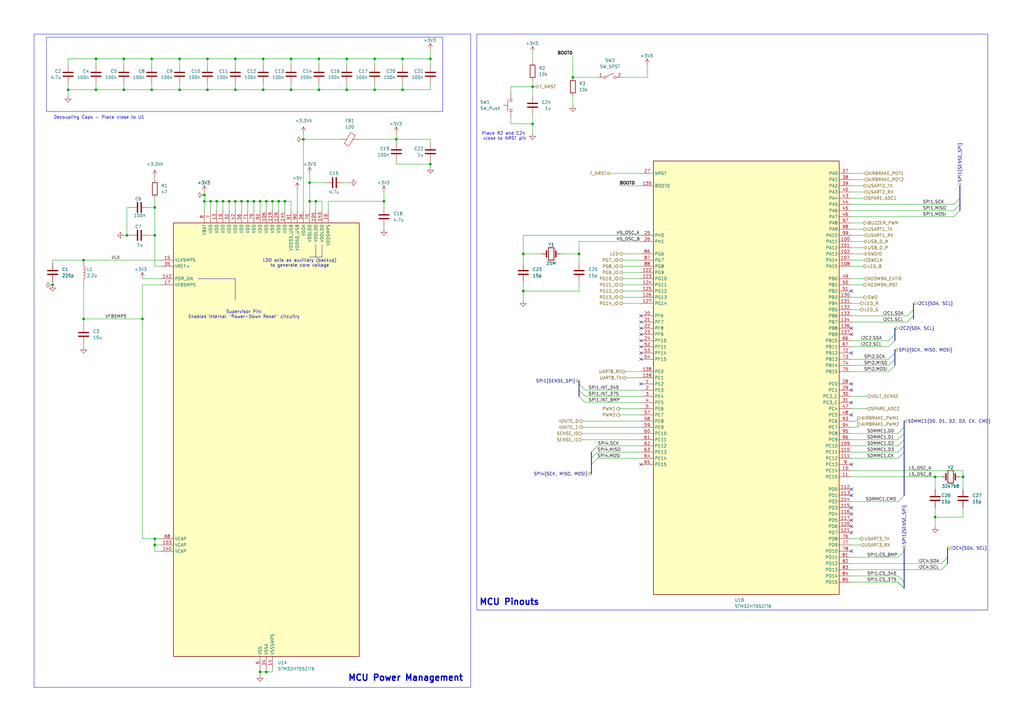
<source format=kicad_sch>
(kicad_sch (version 20250114) (generator "eeschema") (generator_version "9.0")
  (paper "A3")
  (rectangle (start 19.05 15.24) (end 181.61 45.72))
  (rectangle (start 13.97 13.97) (end 193.04 281.94))
  (rectangle (start 195.58 13.97) (end 405.13 250.19))
  (text "Place R2 and C24 \nclose to NRST pin" (at 207.01 55.88 0) (effects (font (size 1.27 1.27))))
  (text "Decoupling Caps - Place close to U1" (at 40.64 48.26 0) (effects (font (size 1.27 1.27))))
  (text "MCU Power Management" (at 166.37 278.13 0) (effects (font (size 2.54 2.54) (thickness 0.508) (bold yes))))
  (text "Supervisor Pin:\nEnables internal \"Power-Down Reset\" circuitry" (at 100.076 129.032 0) (effects (font (size 1.27 1.27))))
  (text "MCU Pinouts" (at 208.915 247.015 0) (effects (font (size 2.54 2.54) (thickness 0.508) (bold yes))))
  (text "LDO acts as auxiliary (backup)\nto generate core voltage" (at 122.936 107.95 0) (effects (font (size 1.27 1.27))))
  (junction (at 111.76 82.55))
  (junction (at 91.44 82.55))
  (junction (at 218.44 50.8))
  (junction (at 39.37 24.13))
  (junction (at 234.95 31.75))
  (junction (at 107.95 36.83))
  (junction (at 73.66 36.83))
  (junction (at 394.97 195.58))
  (junction (at 96.52 24.13))
  (junction (at 116.84 82.55))
  (junction (at 39.37 36.83))
  (junction (at 129.54 82.55))
  (junction (at 62.23 36.83))
  (junction (at 85.09 24.13))
  (junction (at 176.53 24.13))
  (junction (at 162.56 57.15))
  (junction (at 383.54 195.58))
  (junction (at 85.09 36.83))
  (junction (at 153.67 36.83))
  (junction (at 21.59 116.84))
  (junction (at 114.3 82.55))
  (junction (at 130.81 36.83))
  (junction (at 218.44 35.56))
  (junction (at 96.52 82.55))
  (junction (at 130.81 24.13))
  (junction (at 99.06 82.55))
  (junction (at 63.5 96.52))
  (junction (at 142.24 24.13))
  (junction (at 63.5 223.52))
  (junction (at 88.9 82.55))
  (junction (at 142.24 36.83))
  (junction (at 101.6 82.55))
  (junction (at 52.07 96.52))
  (junction (at 107.95 24.13))
  (junction (at 63.5 85.09))
  (junction (at 34.29 130.81))
  (junction (at 86.36 82.55))
  (junction (at 127 74.93))
  (junction (at 106.68 82.55))
  (junction (at 214.63 104.14))
  (junction (at 165.1 24.13))
  (junction (at 176.53 67.31))
  (junction (at 106.68 275.59))
  (junction (at 104.14 82.55))
  (junction (at 119.38 24.13))
  (junction (at 27.94 36.83))
  (junction (at 214.63 119.38))
  (junction (at 119.38 36.83))
  (junction (at 83.82 80.01))
  (junction (at 93.98 82.55))
  (junction (at 50.8 24.13))
  (junction (at 50.8 36.83))
  (junction (at 127 82.55))
  (junction (at 83.82 82.55))
  (junction (at 383.54 212.09))
  (junction (at 63.5 220.98))
  (junction (at 58.42 130.81))
  (junction (at 96.52 36.83))
  (junction (at 153.67 24.13))
  (junction (at 124.46 57.15))
  (junction (at 109.22 82.55))
  (junction (at 237.49 104.14))
  (junction (at 34.29 106.68))
  (junction (at 109.22 275.59))
  (junction (at 157.48 82.55))
  (junction (at 62.23 24.13))
  (junction (at 165.1 36.83))
  (junction (at 73.66 24.13))
  (no_connect (at 262.89 147.32))
  (no_connect (at 349.25 190.5))
  (no_connect (at 349.25 119.38))
  (no_connect (at 349.25 137.16))
  (no_connect (at 349.25 200.66))
  (no_connect (at 349.25 215.9))
  (no_connect (at 262.89 144.78))
  (no_connect (at 349.25 213.36))
  (no_connect (at 262.89 137.16))
  (no_connect (at 262.89 129.54))
  (no_connect (at 262.89 139.7))
  (no_connect (at 349.25 226.06))
  (no_connect (at 349.25 134.62))
  (no_connect (at 349.25 165.1))
  (no_connect (at 262.89 142.24))
  (no_connect (at 349.25 157.48))
  (no_connect (at 349.25 218.44))
  (no_connect (at 349.25 210.82))
  (no_connect (at 349.25 160.02))
  (no_connect (at 349.25 208.28))
  (no_connect (at 349.25 203.2))
  (no_connect (at 262.89 157.48))
  (no_connect (at 262.89 134.62))
  (no_connect (at 349.25 170.18))
  (no_connect (at 262.89 190.5))
  (no_connect (at 262.89 132.08))
  (no_connect (at 349.25 144.78))
  (bus_entry (at 367.03 137.16) (size -2.54 2.54))
  (bus_entry (at 367.03 144.78) (size -2.54 2.54))
  (bus_entry (at 388.62 228.6) (size -2.54 2.54))
  (bus_entry (at 370.84 203.2) (size -2.54 2.54))
  (bus_entry (at 242.57 185.42) (size 2.54 -2.54))
  (bus_entry (at 370.84 182.88) (size -2.54 2.54))
  (bus_entry (at 370.84 241.3) (size -2.54 -2.54))
  (bus_entry (at 370.84 241.3) (size -2.54 -2.54))
  (bus_entry (at 242.57 187.96) (size 2.54 -2.54))
  (bus_entry (at 370.84 226.06) (size -2.54 2.54))
  (bus_entry (at 374.65 127) (size -2.54 2.54))
  (bus_entry (at 370.84 177.8) (size -2.54 2.54))
  (bus_entry (at 393.7 81.28) (size -2.54 2.54))
  (bus_entry (at 370.84 180.34) (size -2.54 2.54))
  (bus_entry (at 367.03 147.32) (size -2.54 2.54))
  (bus_entry (at 393.7 83.82) (size -2.54 2.54))
  (bus_entry (at 367.03 149.86) (size -2.54 2.54))
  (bus_entry (at 237.49 162.56) (size 2.54 2.54))
  (bus_entry (at 370.84 175.26) (size -2.54 2.54))
  (bus_entry (at 393.7 86.36) (size -2.54 2.54))
  (bus_entry (at 237.49 157.48) (size 2.54 2.54))
  (bus_entry (at 367.03 139.7) (size -2.54 2.54))
  (bus_entry (at 237.49 160.02) (size 2.54 2.54))
  (bus_entry (at 370.84 238.76) (size -2.54 -2.54))
  (bus_entry (at 242.57 190.5) (size 2.54 -2.54))
  (bus_entry (at 374.65 129.54) (size -2.54 2.54))
  (bus_entry (at 370.84 185.42) (size -2.54 2.54))
  (bus_entry (at 388.62 231.14) (size -2.54 2.54))
  (wire (pts (xy 63.5 220.98) (xy 63.5 223.52)))
  (wire (pts (xy 60.96 85.09) (xy 63.5 85.09)))
  (wire (pts (xy 119.38 24.13) (xy 119.38 26.67)))
  (wire (pts (xy 237.49 115.57) (xy 237.49 119.38)))
  (wire (pts (xy 58.42 116.84) (xy 66.04 116.84)))
  (wire (pts (xy 351.79 173.99) (xy 351.79 175.26)))
  (wire (pts (xy 250.19 71.12) (xy 262.89 71.12)))
  (wire (pts (xy 349.25 96.52) (xy 354.33 96.52)))
  (wire (pts (xy 91.44 82.55) (xy 93.98 82.55)))
  (wire (pts (xy 83.82 82.55) (xy 83.82 86.36)))
  (wire (pts (xy 153.67 36.83) (xy 165.1 36.83)))
  (wire (pts (xy 349.25 121.92) (xy 354.33 121.92)))
  (wire (pts (xy 124.46 57.15) (xy 139.7 57.15)))
  (wire (pts (xy 104.14 82.55) (xy 106.68 82.55)))
  (wire (pts (xy 162.56 54.61) (xy 162.56 57.15)))
  (wire (pts (xy 34.29 130.81) (xy 58.42 130.81)))
  (bus (pts (xy 393.7 76.2) (xy 393.7 81.28)))
  (wire (pts (xy 73.66 34.29) (xy 73.66 36.83)))
  (wire (pts (xy 349.25 185.42) (xy 368.3 185.42)))
  (wire (pts (xy 162.56 57.15) (xy 162.56 58.42)))
  (wire (pts (xy 349.25 236.22) (xy 368.3 236.22)))
  (wire (pts (xy 140.97 74.93) (xy 143.51 74.93)))
  (wire (pts (xy 50.8 36.83) (xy 62.23 36.83)))
  (wire (pts (xy 121.92 77.47) (xy 121.92 86.36)))
  (wire (pts (xy 104.14 82.55) (xy 104.14 86.36)))
  (wire (pts (xy 99.06 82.55) (xy 99.06 86.36)))
  (wire (pts (xy 96.52 24.13) (xy 85.09 24.13)))
  (wire (pts (xy 349.25 93.98) (xy 354.33 93.98)))
  (wire (pts (xy 52.07 96.52) (xy 50.8 96.52)))
  (wire (pts (xy 130.81 24.13) (xy 130.81 26.67)))
  (wire (pts (xy 176.53 67.31) (xy 176.53 68.58)))
  (wire (pts (xy 349.25 147.32) (xy 364.49 147.32)))
  (wire (pts (xy 394.97 195.58) (xy 394.97 200.66)))
  (wire (pts (xy 60.96 96.52) (xy 63.5 96.52)))
  (wire (pts (xy 394.97 208.28) (xy 394.97 212.09)))
  (wire (pts (xy 50.8 24.13) (xy 50.8 26.67)))
  (wire (pts (xy 383.54 212.09) (xy 383.54 215.9)))
  (bus (pts (xy 367.03 143.51) (xy 367.03 144.78)))
  (wire (pts (xy 109.22 275.59) (xy 111.76 275.59)))
  (wire (pts (xy 62.23 36.83) (xy 73.66 36.83)))
  (wire (pts (xy 349.25 205.74) (xy 368.3 205.74)))
  (wire (pts (xy 214.63 115.57) (xy 214.63 119.38)))
  (bus (pts (xy 367.03 137.16) (xy 367.03 139.7)))
  (wire (pts (xy 165.1 36.83) (xy 176.53 36.83)))
  (bus (pts (xy 370.84 177.8) (xy 370.84 180.34)))
  (wire (pts (xy 255.27 111.76) (xy 262.89 111.76)))
  (wire (pts (xy 349.25 81.28) (xy 354.33 81.28)))
  (wire (pts (xy 214.63 96.52) (xy 262.89 96.52)))
  (wire (pts (xy 165.1 24.13) (xy 153.67 24.13)))
  (wire (pts (xy 234.95 39.37) (xy 234.95 43.18)))
  (wire (pts (xy 96.52 34.29) (xy 96.52 36.83)))
  (bus (pts (xy 393.7 83.82) (xy 393.7 86.36)))
  (wire (pts (xy 256.54 154.94) (xy 262.89 154.94)))
  (wire (pts (xy 240.03 160.02) (xy 262.89 160.02)))
  (wire (pts (xy 214.63 96.52) (xy 214.63 104.14)))
  (wire (pts (xy 130.81 34.29) (xy 130.81 36.83)))
  (wire (pts (xy 34.29 115.57) (xy 34.29 130.81)))
  (wire (pts (xy 52.07 96.52) (xy 53.34 96.52)))
  (wire (pts (xy 255.27 104.14) (xy 262.89 104.14)))
  (wire (pts (xy 62.23 34.29) (xy 62.23 36.83)))
  (wire (pts (xy 85.09 24.13) (xy 85.09 26.67)))
  (wire (pts (xy 255.27 116.84) (xy 262.89 116.84)))
  (wire (pts (xy 129.54 82.55) (xy 132.08 82.55)))
  (wire (pts (xy 255.27 121.92) (xy 262.89 121.92)))
  (wire (pts (xy 218.44 46.99) (xy 218.44 50.8)))
  (wire (pts (xy 254 167.64) (xy 262.89 167.64)))
  (bus (pts (xy 370.84 224.79) (xy 370.84 226.06)))
  (bus (pts (xy 374.65 129.54) (xy 374.65 130.81)))
  (wire (pts (xy 349.25 124.46) (xy 353.06 124.46)))
  (wire (pts (xy 218.44 35.56) (xy 218.44 33.02)))
  (wire (pts (xy 255.27 109.22) (xy 262.89 109.22)))
  (wire (pts (xy 349.25 142.24) (xy 364.49 142.24)))
  (wire (pts (xy 349.25 101.6) (xy 354.33 101.6)))
  (wire (pts (xy 107.95 34.29) (xy 107.95 36.83)))
  (wire (pts (xy 349.25 106.68) (xy 354.33 106.68)))
  (wire (pts (xy 85.09 36.83) (xy 96.52 36.83)))
  (wire (pts (xy 176.53 20.32) (xy 176.53 24.13)))
  (wire (pts (xy 58.42 220.98) (xy 63.5 220.98)))
  (wire (pts (xy 39.37 34.29) (xy 39.37 36.83)))
  (wire (pts (xy 157.48 78.74) (xy 157.48 82.55)))
  (bus (pts (xy 237.49 160.02) (xy 237.49 162.56)))
  (wire (pts (xy 349.25 76.2) (xy 354.33 76.2)))
  (wire (pts (xy 96.52 36.83) (xy 107.95 36.83)))
  (wire (pts (xy 349.25 91.44) (xy 354.33 91.44)))
  (wire (pts (xy 83.82 80.01) (xy 83.82 82.55)))
  (wire (pts (xy 349.25 139.7) (xy 364.49 139.7)))
  (wire (pts (xy 34.29 106.68) (xy 21.59 106.68)))
  (wire (pts (xy 27.94 34.29) (xy 27.94 36.83)))
  (wire (pts (xy 142.24 36.83) (xy 153.67 36.83)))
  (wire (pts (xy 394.97 195.58) (xy 393.7 195.58)))
  (wire (pts (xy 62.23 24.13) (xy 62.23 26.67)))
  (bus (pts (xy 374.65 124.46) (xy 374.65 127)))
  (wire (pts (xy 237.49 99.06) (xy 237.49 104.14)))
  (wire (pts (xy 127 71.12) (xy 127 74.93)))
  (wire (pts (xy 255.27 119.38) (xy 262.89 119.38)))
  (wire (pts (xy 245.11 187.96) (xy 262.89 187.96)))
  (wire (pts (xy 73.66 24.13) (xy 62.23 24.13)))
  (wire (pts (xy 58.42 114.3) (xy 66.04 114.3)))
  (wire (pts (xy 209.55 35.56) (xy 218.44 35.56)))
  (bus (pts (xy 237.49 157.48) (xy 237.49 160.02)))
  (wire (pts (xy 349.25 83.82) (xy 391.16 83.82)))
  (wire (pts (xy 153.67 34.29) (xy 153.67 36.83)))
  (wire (pts (xy 99.06 82.55) (xy 101.6 82.55)))
  (wire (pts (xy 85.09 34.29) (xy 85.09 36.83)))
  (wire (pts (xy 349.25 116.84) (xy 354.33 116.84)))
  (wire (pts (xy 63.5 72.39) (xy 63.5 73.66)))
  (wire (pts (xy 176.53 34.29) (xy 176.53 36.83)))
  (wire (pts (xy 157.48 82.55) (xy 157.48 85.09)))
  (wire (pts (xy 238.76 180.34) (xy 262.89 180.34)))
  (wire (pts (xy 116.84 82.55) (xy 116.84 86.36)))
  (wire (pts (xy 214.63 104.14) (xy 222.25 104.14)))
  (wire (pts (xy 209.55 38.1) (xy 209.55 35.56)))
  (wire (pts (xy 114.3 82.55) (xy 114.3 86.36)))
  (wire (pts (xy 255.27 106.68) (xy 262.89 106.68)))
  (wire (pts (xy 109.22 82.55) (xy 109.22 86.36)))
  (bus (pts (xy 370.84 238.76) (xy 370.84 241.3)))
  (wire (pts (xy 383.54 195.58) (xy 386.08 195.58)))
  (wire (pts (xy 86.36 82.55) (xy 86.36 86.36)))
  (wire (pts (xy 255.27 31.75) (xy 265.43 31.75)))
  (wire (pts (xy 53.34 85.09) (xy 52.07 85.09)))
  (wire (pts (xy 85.09 24.13) (xy 73.66 24.13)))
  (wire (pts (xy 354.33 114.3) (xy 349.25 114.3)))
  (wire (pts (xy 21.59 115.57) (xy 21.59 116.84)))
  (wire (pts (xy 124.46 57.15) (xy 124.46 86.36)))
  (wire (pts (xy 39.37 36.83) (xy 50.8 36.83)))
  (wire (pts (xy 130.81 24.13) (xy 119.38 24.13)))
  (wire (pts (xy 349.25 167.64) (xy 355.6 167.64)))
  (wire (pts (xy 93.98 82.55) (xy 93.98 86.36)))
  (wire (pts (xy 240.03 162.56) (xy 262.89 162.56)))
  (wire (pts (xy 132.08 82.55) (xy 132.08 86.36)))
  (wire (pts (xy 349.25 132.08) (xy 372.11 132.08)))
  (wire (pts (xy 218.44 35.56) (xy 218.44 39.37)))
  (wire (pts (xy 349.25 228.6) (xy 368.3 228.6)))
  (wire (pts (xy 176.53 24.13) (xy 176.53 26.67)))
  (wire (pts (xy 349.25 99.06) (xy 354.33 99.06)))
  (wire (pts (xy 383.54 195.58) (xy 383.54 200.66)))
  (wire (pts (xy 349.25 193.04) (xy 394.97 193.04)))
  (wire (pts (xy 255.27 124.46) (xy 262.89 124.46)))
  (bus (pts (xy 370.84 226.06) (xy 370.84 238.76)))
  (wire (pts (xy 73.66 24.13) (xy 73.66 26.67)))
  (wire (pts (xy 63.5 81.28) (xy 63.5 85.09)))
  (bus (pts (xy 388.62 224.79) (xy 388.62 228.6)))
  (wire (pts (xy 127 74.93) (xy 127 82.55)))
  (bus (pts (xy 370.84 175.26) (xy 370.84 172.72)))
  (wire (pts (xy 101.6 82.55) (xy 104.14 82.55)))
  (wire (pts (xy 349.25 182.88) (xy 368.3 182.88)))
  (polyline (pts (xy 81.28 114.3) (xy 96.52 114.3)))
  (wire (pts (xy 176.53 67.31) (xy 176.53 66.04)))
  (wire (pts (xy 218.44 50.8) (xy 209.55 50.8)))
  (wire (pts (xy 111.76 82.55) (xy 114.3 82.55)))
  (wire (pts (xy 119.38 82.55) (xy 119.38 86.36)))
  (wire (pts (xy 111.76 275.59) (xy 111.76 274.32)))
  (polyline (pts (xy 132.08 100.33) (xy 132.08 105.41)))
  (polyline (pts (xy 129.54 100.33) (xy 129.54 105.41)))
  (wire (pts (xy 349.25 104.14) (xy 354.33 104.14)))
  (wire (pts (xy 106.68 82.55) (xy 109.22 82.55)))
  (wire (pts (xy 63.5 223.52) (xy 63.5 226.06)))
  (wire (pts (xy 255.27 114.3) (xy 262.89 114.3)))
  (wire (pts (xy 62.23 24.13) (xy 50.8 24.13)))
  (wire (pts (xy 83.82 78.74) (xy 83.82 80.01)))
  (wire (pts (xy 114.3 82.55) (xy 116.84 82.55)))
  (wire (pts (xy 237.49 119.38) (xy 214.63 119.38)))
  (wire (pts (xy 39.37 24.13) (xy 39.37 26.67)))
  (wire (pts (xy 234.95 31.75) (xy 245.11 31.75)))
  (bus (pts (xy 242.57 190.5) (xy 242.57 187.96)))
  (wire (pts (xy 58.42 130.81) (xy 58.42 116.84)))
  (wire (pts (xy 349.25 187.96) (xy 368.3 187.96)))
  (wire (pts (xy 96.52 24.13) (xy 96.52 26.67)))
  (wire (pts (xy 349.25 223.52) (xy 353.06 223.52)))
  (wire (pts (xy 349.25 88.9) (xy 391.16 88.9)))
  (wire (pts (xy 50.8 24.13) (xy 39.37 24.13)))
  (wire (pts (xy 63.5 96.52) (xy 63.5 109.22)))
  (wire (pts (xy 245.11 182.88) (xy 262.89 182.88)))
  (wire (pts (xy 218.44 21.59) (xy 218.44 25.4)))
  (wire (pts (xy 93.98 82.55) (xy 96.52 82.55)))
  (wire (pts (xy 349.25 109.22) (xy 354.33 109.22)))
  (wire (pts (xy 265.43 26.67) (xy 265.43 31.75)))
  (wire (pts (xy 101.6 82.55) (xy 101.6 86.36)))
  (wire (pts (xy 127 74.93) (xy 133.35 74.93)))
  (bus (pts (xy 367.03 144.78) (xy 367.03 147.32)))
  (wire (pts (xy 63.5 109.22) (xy 66.04 109.22)))
  (wire (pts (xy 394.97 193.04) (xy 394.97 195.58)))
  (wire (pts (xy 238.76 175.26) (xy 262.89 175.26)))
  (bus (pts (xy 370.84 182.88) (xy 370.84 185.42)))
  (wire (pts (xy 238.76 177.8) (xy 262.89 177.8)))
  (wire (pts (xy 351.79 172.72) (xy 349.25 172.72)))
  (wire (pts (xy 106.68 275.59) (xy 106.68 276.86)))
  (wire (pts (xy 66.04 220.98) (xy 63.5 220.98)))
  (bus (pts (xy 393.7 81.28) (xy 393.7 83.82)))
  (wire (pts (xy 73.66 36.83) (xy 85.09 36.83)))
  (wire (pts (xy 91.44 82.55) (xy 91.44 86.36)))
  (wire (pts (xy 218.44 50.8) (xy 218.44 54.61)))
  (wire (pts (xy 111.76 82.55) (xy 111.76 86.36)))
  (wire (pts (xy 63.5 226.06) (xy 66.04 226.06)))
  (wire (pts (xy 88.9 82.55) (xy 91.44 82.55)))
  (wire (pts (xy 349.25 233.68) (xy 386.08 233.68)))
  (wire (pts (xy 162.56 57.15) (xy 147.32 57.15)))
  (wire (pts (xy 153.67 24.13) (xy 153.67 26.67)))
  (wire (pts (xy 119.38 34.29) (xy 119.38 36.83)))
  (wire (pts (xy 27.94 36.83) (xy 39.37 36.83)))
  (wire (pts (xy 256.54 152.4) (xy 262.89 152.4)))
  (wire (pts (xy 134.62 82.55) (xy 134.62 86.36)))
  (bus (pts (xy 370.84 180.34) (xy 370.84 182.88)))
  (wire (pts (xy 83.82 82.55) (xy 86.36 82.55)))
  (wire (pts (xy 165.1 34.29) (xy 165.1 36.83)))
  (wire (pts (xy 383.54 208.28) (xy 383.54 212.09)))
  (wire (pts (xy 142.24 24.13) (xy 130.81 24.13)))
  (wire (pts (xy 349.25 149.86) (xy 364.49 149.86)))
  (wire (pts (xy 229.87 104.14) (xy 237.49 104.14)))
  (wire (pts (xy 349.25 127) (xy 353.06 127)))
  (wire (pts (xy 214.63 104.14) (xy 214.63 107.95)))
  (wire (pts (xy 157.48 92.71) (xy 157.48 93.98)))
  (wire (pts (xy 130.81 36.83) (xy 142.24 36.83)))
  (wire (pts (xy 254 76.2) (xy 262.89 76.2)))
  (wire (pts (xy 214.63 119.38) (xy 214.63 123.19)))
  (bus (pts (xy 367.03 134.62) (xy 367.03 137.16)))
  (wire (pts (xy 63.5 223.52) (xy 66.04 223.52)))
  (wire (pts (xy 349.25 180.34) (xy 368.3 180.34)))
  (wire (pts (xy 88.9 82.55) (xy 88.9 86.36)))
  (bus (pts (xy 388.62 228.6) (xy 388.62 231.14)))
  (wire (pts (xy 116.84 82.55) (xy 119.38 82.55)))
  (wire (pts (xy 119.38 36.83) (xy 130.81 36.83)))
  (wire (pts (xy 63.5 85.09) (xy 63.5 96.52)))
  (wire (pts (xy 349.25 129.54) (xy 372.11 129.54)))
  (bus (pts (xy 367.03 147.32) (xy 367.03 149.86)))
  (wire (pts (xy 142.24 34.29) (xy 142.24 36.83)))
  (wire (pts (xy 351.79 171.45) (xy 351.79 172.72)))
  (wire (pts (xy 107.95 24.13) (xy 107.95 26.67)))
  (wire (pts (xy 351.79 175.26) (xy 349.25 175.26)))
  (wire (pts (xy 234.95 22.86) (xy 234.95 31.75)))
  (wire (pts (xy 237.49 99.06) (xy 262.89 99.06)))
  (bus (pts (xy 370.84 185.42) (xy 370.84 203.2)))
  (wire (pts (xy 176.53 57.15) (xy 176.53 58.42)))
  (wire (pts (xy 58.42 130.81) (xy 58.42 220.98)))
  (wire (pts (xy 129.54 82.55) (xy 129.54 86.36)))
  (wire (pts (xy 96.52 82.55) (xy 96.52 86.36)))
  (wire (pts (xy 349.25 177.8) (xy 368.3 177.8)))
  (wire (pts (xy 162.56 67.31) (xy 176.53 67.31)))
  (wire (pts (xy 124.46 54.61) (xy 124.46 57.15)))
  (wire (pts (xy 119.38 24.13) (xy 107.95 24.13)))
  (wire (pts (xy 52.07 85.09) (xy 52.07 96.52)))
  (wire (pts (xy 349.25 71.12) (xy 354.33 71.12)))
  (wire (pts (xy 34.29 106.68) (xy 66.04 106.68)))
  (bus (pts (xy 370.84 175.26) (xy 370.84 177.8)))
  (wire (pts (xy 34.29 140.97) (xy 34.29 142.24)))
  (wire (pts (xy 109.22 274.32) (xy 109.22 275.59)))
  (bus (pts (xy 374.65 127) (xy 374.65 129.54)))
  (wire (pts (xy 349.25 238.76) (xy 368.3 238.76)))
  (wire (pts (xy 349.25 195.58) (xy 383.54 195.58)))
  (wire (pts (xy 127 82.55) (xy 129.54 82.55)))
  (wire (pts (xy 349.25 162.56) (xy 355.6 162.56)))
  (polyline (pts (xy 127 105.41) (xy 132.08 105.41)))
  (wire (pts (xy 349.25 86.36) (xy 391.16 86.36)))
  (wire (pts (xy 106.68 274.32) (xy 106.68 275.59)))
  (wire (pts (xy 162.56 57.15) (xy 176.53 57.15)))
  (bus (pts (xy 242.57 187.96) (xy 242.57 185.42)))
  (wire (pts (xy 127 82.55) (xy 127 86.36)))
  (wire (pts (xy 240.03 165.1) (xy 262.89 165.1)))
  (wire (pts (xy 134.62 82.55) (xy 157.48 82.55)))
  (wire (pts (xy 142.24 24.13) (xy 142.24 26.67)))
  (wire (pts (xy 39.37 24.13) (xy 27.94 24.13)))
  (wire (pts (xy 238.76 172.72) (xy 262.89 172.72)))
  (wire (pts (xy 106.68 275.59) (xy 109.22 275.59)))
  (wire (pts (xy 106.68 82.55) (xy 106.68 86.36)))
  (wire (pts (xy 245.11 185.42) (xy 262.89 185.42)))
  (wire (pts (xy 34.29 106.68) (xy 34.29 107.95)))
  (wire (pts (xy 349.25 78.74) (xy 354.33 78.74)))
  (wire (pts (xy 107.95 36.83) (xy 119.38 36.83)))
  (wire (pts (xy 162.56 66.04) (xy 162.56 67.31)))
  (wire (pts (xy 254 170.18) (xy 262.89 170.18)))
  (wire (pts (xy 153.67 24.13) (xy 142.24 24.13)))
  (wire (pts (xy 96.52 82.55) (xy 99.06 82.55)))
  (wire (pts (xy 109.22 82.55) (xy 111.76 82.55)))
  (wire (pts (xy 218.44 35.56) (xy 219.71 35.56)))
  (bus (pts (xy 242.57 190.5) (xy 242.57 194.31)))
  (wire (pts (xy 27.94 24.13) (xy 27.94 26.67)))
  (wire (pts (xy 176.53 24.13) (xy 165.1 24.13)))
  (wire (pts (xy 165.1 24.13) (xy 165.1 26.67)))
  (polyline (pts (xy 96.52 123.19) (xy 96.52 114.3)))
  (wire (pts (xy 394.97 212.09) (xy 383.54 212.09)))
  (wire (pts (xy 107.95 24.13) (xy 96.52 24.13)))
  (wire (pts (xy 349.25 152.4) (xy 364.49 152.4)))
  (wire (pts (xy 209.55 48.26) (xy 209.55 50.8)))
  (wire (pts (xy 237.49 104.14) (xy 237.49 107.95)))
  (wire (pts (xy 50.8 34.29) (xy 50.8 36.83)))
  (bus (pts (xy 237.49 156.21) (xy 237.49 157.48)))
  (wire (pts (xy 86.36 82.55) (xy 88.9 82.55)))
  (wire (pts (xy 21.59 106.68) (xy 21.59 107.95)))
  (wire (pts (xy 27.94 39.37) (xy 27.94 36.83)))
  (wire (pts (xy 349.25 73.66) (xy 354.33 73.66)))
  (wire (pts (xy 349.25 231.14) (xy 386.08 231.14)))
  (wire (pts (xy 353.06 220.98) (xy 349.25 220.98)))
  (wire (pts (xy 34.29 130.81) (xy 34.29 133.35)))
  (label "SPI4.MOSI" (at 254.635 187.96 180))
  (label "I2C4.SCL" (at 376.555 233.68 0))
  (label "SPI1.CS_345" (at 355.6 236.22 0))
  (label "SPI1.INT_BMP" (at 241.3 165.1 0))
  (label "SDMMC1.D2" (at 355.6 182.88 0))
  (label "I2C1.SDA" (at 361.95 129.54 0))
  (label "SPI1.MISO" (at 378.46 86.36 0))
  (label "SPI2.MOSI" (at 354.33 152.4 0))
  (label "BOOT0" (at 254 76.2 0) (effects (font (thickness 0.254) (bold yes))))
  (label "SPI2.MISO" (at 354.33 149.86 0))
  (label "LS_OSC_B" (at 372.745 195.58 0))
  (label "SPI1.CS_BMP" (at 355.6 228.6 0))
  (label "HS_OSC_B" (at 252.73 99.06 0))
  (label "SPI1.INT_375" (at 241.3 162.56 0))
  (label "SPI2.SCK" (at 354.33 147.32 0))
  (label "I2C2.SDA" (at 353.06 139.7 0))
  (label "BOOT0" (at 234.95 22.86 180) (effects (font (thickness 0.254) (bold yes))))
  (label "VFBSMPS" (at 43.18 130.81 0))
  (label "SPI1.INT_345" (at 241.3 160.02 0))
  (label "SPI1.MOSI" (at 378.46 88.9 0))
  (label "SDMMC1.D1" (at 355.6 180.34 0))
  (label "SPI1.CS_375" (at 355.6 238.76 0))
  (label "SDMMC1.CK" (at 355.6 187.96 0))
  (label "SPI4.MISO" (at 254.635 185.42 180))
  (label "LS_OSC_A" (at 372.745 193.04 0))
  (label "SDMMC1.CMD" (at 354.965 205.74 0))
  (label "SPI4.SCK" (at 254 182.88 180))
  (label "VLX" (at 45.72 106.68 0))
  (label "SDMMC1.D0" (at 355.6 177.8 0))
  (label "I2C4.SDA" (at 376.555 231.14 0))
  (label "I2C1.SCL" (at 361.95 132.08 0))
  (label "SDMMC1.D3" (at 355.6 185.42 0))
  (label "SPI1.SCK" (at 378.46 83.82 0))
  (label "HS_OSC_A" (at 252.73 96.52 0))
  (label "I2C2.SCL" (at 353.06 142.24 0))
  (hierarchical_label "I2C4{SDA, SCL}" (shape input) (at 388.62 224.79 0))
  (hierarchical_label "PG8_IO" (shape output) (at 255.27 109.22 180))
  (hierarchical_label "NEOM9N_EXTI0" (shape input) (at 354.33 114.3 0))
  (hierarchical_label "SWCLK" (shape input) (at 354.33 106.68 0))
  (hierarchical_label "LED_G" (shape output) (at 353.06 127 0))
  (hierarchical_label "SPI2{SCK, MISO, MOSI}" (shape bidirectional) (at 367.03 143.51 0))
  (hierarchical_label "AIRBRAKE_PWM2" (shape output) (at 351.79 173.99 0))
  (hierarchical_label "I2C1{SDA, SCL}" (shape bidirectional) (at 374.65 124.46 0))
  (hierarchical_label "PG11_IO" (shape output) (at 255.27 116.84 180))
  (hierarchical_label "SPI1{SENSE_SPI}" (shape bidirectional) (at 370.84 224.79 90))
  (hierarchical_label "SDMMC1{D0, D1, D2, D3, CK, CMD}" (shape bidirectional) (at 370.84 172.72 0))
  (hierarchical_label "SWO" (shape output) (at 354.33 121.92 0))
  (hierarchical_label "UART8_TX" (shape output) (at 256.54 154.94 180))
  (hierarchical_label "PWM2" (shape output) (at 254 170.18 180))
  (hierarchical_label "AIRBRAKE_PWM1" (shape output) (at 351.79 171.45 0))
  (hierarchical_label "LED_B" (shape output) (at 354.33 109.22 0))
  (hierarchical_label "IGNITE_1" (shape output) (at 238.76 175.26 180))
  (hierarchical_label "UART8_RX" (shape input) (at 256.54 152.4 180))
  (hierarchical_label "PG10_IO" (shape output) (at 255.27 114.3 180))
  (hierarchical_label "LED_R" (shape output) (at 353.06 124.46 0))
  (hierarchical_label "LED" (shape output) (at 255.27 104.14 180))
  (hierarchical_label "SPI1{SENSE_SPI}" (shape bidirectional) (at 237.49 156.21 180))
  (hierarchical_label "SPARE_ADC1" (shape input) (at 354.33 81.28 0))
  (hierarchical_label "PG12_IO" (shape output) (at 255.27 119.38 180))
  (hierarchical_label "USB_D_P" (shape bidirectional) (at 354.33 101.6 0))
  (hierarchical_label "USART3_TX" (shape output) (at 353.06 220.98 0))
  (hierarchical_label "USART2_RX" (shape input) (at 354.33 78.74 0))
  (hierarchical_label "USART1_TX" (shape output) (at 354.33 93.98 0))
  (hierarchical_label "I2C2{SDA, SCL}" (shape bidirectional) (at 367.03 134.62 0))
  (hierarchical_label "T_NRST" (shape bidirectional) (at 219.71 35.56 0))
  (hierarchical_label "BUZZER_PWM" (shape output) (at 354.33 91.44 0))
  (hierarchical_label "USART1_RX" (shape input) (at 354.33 96.52 0))
  (hierarchical_label "USART2_TX" (shape output) (at 354.33 76.2 0))
  (hierarchical_label "USB_D_M" (shape bidirectional) (at 354.33 99.06 0))
  (hierarchical_label "PG14_IO" (shape output) (at 255.27 124.46 180))
  (hierarchical_label "PG9_IO" (shape output) (at 255.27 111.76 180))
  (hierarchical_label "AIRBRAKE_POT1" (shape input) (at 354.33 71.12 0))
  (hierarchical_label "PG7_IO" (shape output) (at 255.27 106.68 180))
  (hierarchical_label "PG13_IO" (shape output) (at 255.27 121.92 180))
  (hierarchical_label "SPARE_ADC2" (shape input) (at 355.6 167.64 0))
  (hierarchical_label "NEOM9N_RST" (shape output) (at 354.33 116.84 0))
  (hierarchical_label "T_NRST" (shape bidirectional) (at 250.19 71.12 180))
  (hierarchical_label "SPI1{SENSE_SPI}" (shape bidirectional) (at 393.7 76.2 90))
  (hierarchical_label "PWM1" (shape output) (at 254 167.64 180))
  (hierarchical_label "VOLT_SENSE" (shape input) (at 355.6 162.56 0))
  (hierarchical_label "SENSE_I0" (shape input) (at 238.76 177.8 180))
  (hierarchical_label "IGNITE_0" (shape output) (at 238.76 172.72 180))
  (hierarchical_label "USART3_RX" (shape input) (at 353.06 223.52 0))
  (hierarchical_label "SENSE_I1" (shape input) (at 238.76 180.34 180))
  (hierarchical_label "AIRBRAKE_POT2" (shape input) (at 354.33 73.66 0))
  (hierarchical_label "SWDIO" (shape bidirectional) (at 354.33 104.14 0))
  (hierarchical_label "SPI4{SCK, MISO, MOSI}" (shape bidirectional) (at 242.57 194.31 180))
  (symbol (lib_id "Device:C") (at 57.15 96.52 270) (mirror x) (unit 1)
    (property "Reference" "C7" (at 55.372 92.964 90) (effects (justify left)))
    (property "Value" "1u" (at 56.134 100.33 90) (effects (justify left)))
    (property "Footprint" "Capacitor_SMD:C_0603_1608Metric" (effects (hide yes)))
    (property "Description" "Unpolarized capacitor" (effects (hide yes)))
  )
  (symbol (lib_id "Device:C") (at 96.52 30.48 0) (mirror y) (unit 1)
    (property "Reference" "C11" (at 93.726 29.21 0) (effects (justify left)))
    (property "Value" "100n" (at 93.726 31.75 0) (effects (justify left)))
    (property "Footprint" "Capacitor_SMD:C_0402_1005Metric" (effects (hide yes)))
    (property "Description" "Unpolarized capacitor" (effects (hide yes)))
  )
  (symbol (lib_id "Device:C") (at 27.94 30.48 0) (mirror y) (unit 1)
    (property "Reference" "C2" (at 25.146 29.21 0) (effects (justify left)))
    (property "Value" "4.7u" (at 25.146 31.75 0) (effects (justify left)))
    (property "Footprint" "Capacitor_SMD:C_0805_2012Metric" (effects (hide yes)))
    (property "Description" "Unpolarized capacitor" (effects (hide yes)))
    (property "Note" "Use bigger package size for less DC bias derating" (effects (hide yes)))
  )
  (symbol (lib_id "Device:C") (at 50.8 30.48 0) (mirror y) (unit 1)
    (property "Reference" "C5" (at 48.006 29.21 0) (effects (justify left)))
    (property "Value" "100n" (at 48.006 31.75 0) (effects (justify left)))
    (property "Footprint" "Capacitor_SMD:C_0402_1005Metric" (effects (hide yes)))
    (property "Description" "Unpolarized capacitor" (effects (hide yes)))
  )
  (symbol (lib_id "Device:C") (at 218.44 43.18 0) (mirror y) (unit 1)
    (property "Reference" "C24" (at 226.06 41.91 0) (effects (justify left)))
    (property "Value" "1u" (at 226.06 44.45 0) (effects (justify left)))
    (property "Footprint" "Capacitor_SMD:C_0603_1608Metric" (effects (hide yes)))
    (property "Description" "Unpolarized capacitor" (effects (hide yes)))
  )
  (symbol (lib_id "Device:C") (at 73.66 30.48 0) (mirror y) (unit 1)
    (property "Reference" "C9" (at 70.866 29.21 0) (effects (justify left)))
    (property "Value" "100n" (at 70.866 31.75 0) (effects (justify left)))
    (property "Footprint" "Capacitor_SMD:C_0402_1005Metric" (effects (hide yes)))
    (property "Description" "Unpolarized capacitor" (effects (hide yes)))
  )
  (symbol (lib_id "Switch:SW_SPST") (at 250.19 31.75 0) (unit 1)
    (property "Reference" "SW2" (at 250.19 24.765 0))
    (property "Value" "SW_SPST" (at 250.19 27.305 0))
    (property "Description" "Single Pole Single Throw (SPST) switch" (effects (hide yes)))
  )
  (symbol (lib_id "power:GND") (at 143.51 74.93 90) (unit 1)
    (property "Reference" "#PWR012" (effects (hide yes)))
    (property "Value" "GND" (effects (hide yes)))
    (property "Description" "Power symbol creates a global label with name \"GND\" , ground" (effects (hide yes)))
  )
  (symbol (lib_id "power:GND") (at 234.95 43.18 0) (unit 1)
    (property "Reference" "#PWR021" (effects (hide yes)))
    (property "Value" "GND" (effects (hide yes)))
    (property "Description" "Power symbol creates a global label with name \"GND\" , ground" (effects (hide yes)))
  )
  (symbol (lib_id "power:+3V3") (at 265.43 26.67 0) (unit 1)
    (property "Reference" "#PWR022" (effects (hide yes)))
    (property "Value" "+3V3" (at 265.176 22.86 0))
    (property "Description" "Power symbol creates a global label with name \"+3V3\"" (effects (hide yes)))
  )
  (symbol (lib_id "power:+3.3VA") (at 63.5 72.39 0) (unit 1)
    (property "Reference" "#PWR06" (effects (hide yes)))
    (property "Value" "+3.3VA" (at 63.5 67.31 0))
    (property "Description" "Power symbol creates a global label with name \"+3.3VA\"" (effects (hide yes)))
  )
  (symbol (lib_id "power:+5V") (at 121.92 77.47 0) (unit 1)
    (property "Reference" "#PWR09" (effects (hide yes)))
    (property "Value" "+5V" (at 121.92 73.025 0))
    (property "Description" "Power symbol creates a global label with name \"+5V\"" (effects (hide yes)))
  )
  (symbol (lib_id "Device:C") (at 237.49 111.76 0) (unit 1)
    (property "Reference" "C25" (at 241.3 110.4899 0) (effects (justify left)))
    (property "Value" "15p" (at 241.3 113.0299 0) (effects (justify left)))
    (property "Footprint" "Capacitor_SMD:C_0402_1005Metric" (effects (hide yes)))
    (property "Description" "Unpolarized capacitor" (effects (hide yes)))
  )
  (symbol (lib_id "power:PWR_FLAG") (at 21.59 116.84 90) (unit 1)
    (property "Reference" "#FLG08" (effects (hide yes)))
    (property "Value" "PWR_FLAG" (effects (hide yes)))
    (property "Description" "Special symbol for telling ERC where power comes from" (effects (hide yes)))
  )
  (symbol (lib_id "Device:C") (at 57.15 85.09 270) (mirror x) (unit 1)
    (property "Reference" "C6" (at 55.372 81.534 90) (effects (justify left)))
    (property "Value" "100n" (at 54.864 88.392 90) (effects (justify left)))
    (property "Footprint" "Capacitor_SMD:C_0402_1005Metric" (effects (hide yes)))
    (property "Description" "Unpolarized capacitor" (effects (hide yes)))
  )
  (symbol (lib_id "Device:C") (at 85.09 30.48 0) (mirror y) (unit 1)
    (property "Reference" "C10" (at 82.296 29.21 0) (effects (justify left)))
    (property "Value" "100n" (at 82.296 31.75 0) (effects (justify left)))
    (property "Footprint" "Capacitor_SMD:C_0402_1005Metric" (effects (hide yes)))
    (property "Description" "Unpolarized capacitor" (effects (hide yes)))
  )
  (symbol (lib_id "Device:C") (at 137.16 74.93 90) (mirror x) (unit 1)
    (property "Reference" "C15" (at 138.938 71.12 90) (effects (justify left)))
    (property "Value" "4.7u" (at 139.192 78.74 90) (effects (justify left)))
    (property "Footprint" "Capacitor_SMD:C_0805_2012Metric" (effects (hide yes)))
    (property "Description" "Unpolarized capacitor" (effects (hide yes)))
    (property "ESR" "100mΩ" (effects (hide yes)))
  )
  (symbol (lib_id "power:GND") (at 21.59 116.84 0) (unit 1)
    (property "Reference" "#PWR01" (effects (hide yes)))
    (property "Value" "GND" (effects (hide yes)))
    (property "Description" "Power symbol creates a global label with name \"GND\" , ground" (effects (hide yes)))
  )
  (symbol (lib_id "Device:C") (at 214.63 111.76 0) (unit 1)
    (property "Reference" "C23" (at 218.44 110.4899 0) (effects (justify left)))
    (property "Value" "15p" (at 218.44 113.0299 0) (effects (justify left)))
    (property "Footprint" "Capacitor_SMD:C_0402_1005Metric" (effects (hide yes)))
    (property "Description" "Unpolarized capacitor" (effects (hide yes)))
  )
  (symbol (lib_id "Device:Crystal") (at 226.06 104.14 0) (unit 1)
    (property "Reference" "Y1" (at 226.06 100.33 0))
    (property "Value" "25M" (at 226.06 107.95 0))
    (property "Footprint" "Crystal:Crystal_SMD_3225-4Pin_3.2x2.5mm" (effects (hide yes)))
  )
  (symbol (lib_id "power:GND") (at 50.8 96.52 270) (unit 1)
    (property "Reference" "#PWR04" (effects (hide yes)))
    (property "Value" "GND" (effects (hide yes)))
    (property "Description" "Power symbol creates a global label with name \"GND\" , ground" (effects (hide yes)))
  )
  (symbol (lib_id "power:GND") (at 27.94 39.37 0) (unit 1)
    (property "Reference" "#PWR02" (effects (hide yes)))
    (property "Value" "GND" (effects (hide yes)))
    (property "Description" "Power symbol creates a global label with name \"GND\" , ground" (effects (hide yes)))
  )
  (symbol (lib_id "Device:C") (at 176.53 30.48 0) (mirror y) (unit 1)
    (property "Reference" "C21" (at 173.736 29.21 0) (effects (justify left)))
    (property "Value" "100n" (at 173.736 31.75 0) (effects (justify left)))
    (property "Footprint" "Capacitor_SMD:C_0402_1005Metric" (effects (hide yes)))
    (property "Description" "Unpolarized capacitor" (effects (hide yes)))
  )
  (symbol (lib_id "power:GND") (at 34.29 142.24 0) (unit 1)
    (property "Reference" "#PWR03" (effects (hide yes)))
    (property "Value" "GND" (effects (hide yes)))
    (property "Description" "Power symbol creates a global label with name \"GND\" , ground" (effects (hide yes)))
  )
  (symbol (lib_id "Device:C") (at 162.56 62.23 0) (mirror y) (unit 1)
    (property "Reference" "C19" (at 159.766 60.96 0) (effects (justify left)))
    (property "Value" "100n" (at 159.766 63.5 0) (effects (justify left)))
    (property "Footprint" "Capacitor_SMD:C_0402_1005Metric" (effects (hide yes)))
    (property "Description" "Unpolarized capacitor" (effects (hide yes)))
  )
  (symbol (lib_id "MCU_ST_STM32H7:STM32H755ZITx") (at 109.22 180.34 0) (unit 1)
    (property "Reference" "U1" (at 113.9033 271.78 0) (effects (justify left)))
    (property "Value" "STM32H755ZIT6" (at 113.9033 274.32 0) (effects (justify left)))
    (property "Footprint" "Package_QFP:LQFP-144_20x20mm_P0.5mm" (effects (hide yes)))
    (property "Datasheet" "https://www.st.com/resource/en/datasheet/stm32h755zi.pdf" (effects (hide yes)))
    (property "Description" "STMicroelectronics Arm Cortex-M7 MCU, 2048KB flash, 1024KB RAM, 480 MHz, 1.62-3.6V, 99 GPIO, LQFP144" (effects (hide yes)))
  )
  (symbol (lib_id "power:+3V3") (at 218.44 21.59 0) (unit 1)
    (property "Reference" "#PWR019" (effects (hide yes)))
    (property "Value" "+3V3" (at 218.186 17.78 0))
    (property "Description" "Power symbol creates a global label with name \"+3V3\"" (effects (hide yes)))
  )
  (symbol (lib_id "Device:C") (at 39.37 30.48 0) (mirror y) (unit 1)
    (property "Reference" "C4" (at 36.576 29.21 0) (effects (justify left)))
    (property "Value" "100n" (at 36.576 31.75 0) (effects (justify left)))
    (property "Footprint" "Capacitor_SMD:C_0402_1005Metric" (effects (hide yes)))
    (property "Description" "Unpolarized capacitor" (effects (hide yes)))
  )
  (symbol (lib_id "power:+3V3") (at 83.82 78.74 0) (unit 1)
    (property "Reference" "#PWR07" (effects (hide yes)))
    (property "Value" "+3V3" (at 83.566 74.93 0))
    (property "Description" "Power symbol creates a global label with name \"+3V3\"" (effects (hide yes)))
  )
  (symbol (lib_id "Device:C") (at 142.24 30.48 0) (mirror y) (unit 1)
    (property "Reference" "C16" (at 139.446 29.21 0) (effects (justify left)))
    (property "Value" "100n" (at 139.446 31.75 0) (effects (justify left)))
    (property "Footprint" "Capacitor_SMD:C_0402_1005Metric" (effects (hide yes)))
    (property "Description" "Unpolarized capacitor" (effects (hide yes)))
  )
  (symbol (lib_id "MCU_ST_STM32H7:STM32H755ZITx") (at 306.07 154.94 0) (unit 2)
    (property "Reference" "U1" (at 301.244 246.126 0) (effects (justify left)))
    (property "Value" "STM32H755ZIT6" (at 301.244 248.666 0) (effects (justify left)))
    (property "Footprint" "Package_QFP:LQFP-144_20x20mm_P0.5mm" (effects (hide yes)))
    (property "Datasheet" "https://www.st.com/resource/en/datasheet/stm32h755zi.pdf" (effects (hide yes)))
    (property "Description" "STMicroelectronics Arm Cortex-M7 MCU, 2048KB flash, 1024KB RAM, 480 MHz, 1.62-3.6V, 99 GPIO, LQFP144" (effects (hide yes)))
  )
  (symbol (lib_id "power:+3V3") (at 127 71.12 0) (unit 1)
    (property "Reference" "#PWR011" (effects (hide yes)))
    (property "Value" "+3V3" (at 127 67.31 0))
    (property "Description" "Power symbol creates a global label with name \"+3V3\"" (effects (hide yes)))
  )
  (symbol (lib_id "power:GND") (at 157.48 93.98 0) (unit 1)
    (property "Reference" "#PWR014" (effects (hide yes)))
    (property "Value" "GND" (effects (hide yes)))
    (property "Description" "Power symbol creates a global label with name \"GND\" , ground" (effects (hide yes)))
  )
  (symbol (lib_id "Device:C") (at 62.23 30.48 0) (mirror y) (unit 1)
    (property "Reference" "C8" (at 59.436 29.21 0) (effects (justify left)))
    (property "Value" "100n" (at 59.436 31.75 0) (effects (justify left)))
    (property "Footprint" "Capacitor_SMD:C_0402_1005Metric" (effects (hide yes)))
    (property "Description" "Unpolarized capacitor" (effects (hide yes)))
  )
  (symbol (lib_id "power:GND") (at 106.68 276.86 0) (unit 1)
    (property "Reference" "#PWR08" (effects (hide yes)))
    (property "Value" "GND" (effects (hide yes)))
    (property "Description" "Power symbol creates a global label with name \"GND\" , ground" (effects (hide yes)))
  )
  (symbol (lib_id "power:+3V3") (at 157.48 78.74 0) (unit 1)
    (property "Reference" "#PWR013" (effects (hide yes)))
    (property "Value" "+3V3" (at 157.226 74.93 0))
    (property "Description" "Power symbol creates a global label with name \"+3V3\"" (effects (hide yes)))
  )
  (symbol (lib_id "power:+3V3") (at 176.53 20.32 0) (unit 1)
    (property "Reference" "#PWR016" (effects (hide yes)))
    (property "Value" "+3V3" (at 176.276 16.51 0))
    (property "Description" "Power symbol creates a global label with name \"+3V3\"" (effects (hide yes)))
  )
  (symbol (lib_id "Device:C") (at 119.38 30.48 0) (mirror y) (unit 1)
    (property "Reference" "C13" (at 116.586 29.21 0) (effects (justify left)))
    (property "Value" "100n" (at 116.586 31.75 0) (effects (justify left)))
    (property "Footprint" "Capacitor_SMD:C_0402_1005Metric" (effects (hide yes)))
    (property "Description" "Unpolarized capacitor" (effects (hide yes)))
  )
  (symbol (lib_id "Device:C") (at 130.81 30.48 0) (mirror y) (unit 1)
    (property "Reference" "C14" (at 128.016 29.21 0) (effects (justify left)))
    (property "Value" "100n" (at 128.016 31.75 0) (effects (justify left)))
    (property "Footprint" "Capacitor_SMD:C_0402_1005Metric" (effects (hide yes)))
    (property "Description" "Unpolarized capacitor" (effects (hide yes)))
  )
  (symbol (lib_id "Device:C") (at 21.59 111.76 0) (unit 1)
    (property "Reference" "C1" (at 25.4 110.4899 0) (effects (justify left)))
    (property "Value" "220p" (at 25.4 113.0299 0) (effects (justify left)))
    (property "Footprint" "Capacitor_SMD:C_0402_1005Metric" (effects (hide yes)))
    (property "Description" "Unpolarized capacitor" (effects (hide yes)))
  )
  (symbol (lib_id "Device:C") (at 107.95 30.48 0) (mirror y) (unit 1)
    (property "Reference" "C12" (at 105.156 29.21 0) (effects (justify left)))
    (property "Value" "100n" (at 105.156 31.75 0) (effects (justify left)))
    (property "Footprint" "Capacitor_SMD:C_0402_1005Metric" (effects (hide yes)))
    (property "Description" "Unpolarized capacitor" (effects (hide yes)))
  )
  (symbol (lib_id "power:PWR_FLAG") (at 83.82 80.01 90) (unit 1)
    (property "Reference" "#FLG01" (effects (hide yes)))
    (property "Value" "PWR_FLAG" (effects (hide yes)))
    (property "Description" "Special symbol for telling ERC where power comes from" (effects (hide yes)))
  )
  (symbol (lib_id "Device:R") (at 234.95 35.56 0) (unit 1)
    (property "Reference" "R3" (at 237.49 34.2899 0) (effects (justify left)))
    (property "Value" "10k" (at 237.49 36.8299 0) (effects (justify left)))
    (property "Footprint" "Resistor_SMD:R_0603_1608Metric" (effects (hide yes)))
    (property "Description" "Resistor" (effects (hide yes)))
  )
  (symbol (lib_id "Device:R") (at 218.44 29.21 0) (unit 1)
    (property "Reference" "R2" (at 220.98 27.9399 0) (effects (justify left)))
    (property "Value" "10k" (at 220.98 30.4799 0) (effects (justify left)))
    (property "Footprint" "Resistor_SMD:R_0603_1608Metric" (effects (hide yes)))
    (property "Description" "Resistor" (effects (hide yes)))
  )
  (symbol (lib_id "Device:C") (at 383.54 204.47 0) (unit 1)
    (property "Reference" "C26" (at 386.08 203.2 0) (effects (justify left)))
    (property "Value" "15p" (at 386.08 205.74 0) (effects (justify left)))
    (property "Footprint" "Capacitor_SMD:C_0402_1005Metric" (effects (hide yes)))
    (property "Description" "Unpolarized capacitor" (effects (hide yes)))
  )
  (symbol (lib_id "Device:R") (at 63.5 77.47 0) (unit 1)
    (property "Reference" "R1" (at 66.04 76.1999 0) (effects (justify left)))
    (property "Value" "47" (at 66.04 78.7399 0) (effects (justify left)))
    (property "Description" "Resistor" (effects (hide yes)))
  )
  (symbol (lib_id "Device:FerriteBead") (at 143.51 57.15 90) (unit 1)
    (property "Reference" "FB1" (at 143.4592 49.53 90))
    (property "Value" "120" (at 143.4592 52.07 90))
    (property "Footprint" "Inductor_SMD:L_0805_2012Metric" (effects (hide yes)))
    (property "Description" "LAYOUT: ANALOG ISOLATION. Place FB1, along with C19 and C22, as tightly grouped as possible directly next to the VDDA pin. Treat the copper trace after the ferrite bead as an ultra-quiet zone. Ensure the ground returns for C19 and C22 drop straight to a solid ground plane, far away from the noisy SMPS ground return of C3." (effects (hide yes)))
  )
  (symbol (lib_id "power:GND") (at 383.54 215.9 0) (unit 1)
    (property "Reference" "#PWR023" (effects (hide yes)))
    (property "Value" "GND" (effects (hide yes)))
    (property "Description" "Power symbol creates a global label with name \"GND\" , ground" (effects (hide yes)))
  )
  (symbol (lib_id "power:PWR_FLAG") (at 124.46 57.15 90) (unit 1)
    (property "Reference" "#FLG02" (effects (hide yes)))
    (property "Value" "PWR_FLAG" (effects (hide yes)))
    (property "Description" "Special symbol for telling ERC where power comes from" (effects (hide yes)))
  )
  (symbol (lib_id "power:GND") (at 218.44 54.61 0) (unit 1)
    (property "Reference" "#PWR020" (effects (hide yes)))
    (property "Value" "GND" (effects (hide yes)))
    (property "Description" "Power symbol creates a global label with name \"GND\" , ground" (effects (hide yes)))
  )
  (symbol (lib_id "power:+3V3") (at 162.56 54.61 0) (unit 1)
    (property "Reference" "#PWR015" (effects (hide yes)))
    (property "Value" "+3V3" (at 162.306 50.8 0))
    (property "Description" "Power symbol creates a global label with name \"+3V3\"" (effects (hide yes)))
  )
  (symbol (lib_id "power:+3.3VA") (at 124.46 54.61 0) (unit 1)
    (property "Reference" "#PWR010" (effects (hide yes)))
    (property "Value" "+3.3VA" (at 124.46 49.53 0))
    (property "Description" "Power symbol creates a global label with name \"+3.3VA\"" (effects (hide yes)))
  )
  (symbol (lib_id "Device:C") (at 34.29 137.16 0) (unit 1)
    (property "Reference" "C3" (at 38.1 135.8899 0) (effects (justify left)))
    (property "Value" "10u" (at 38.1 138.4299 0) (effects (justify left)))
    (property "Footprint" "Capacitor_SMD:C_0805_2012Metric" (effects (hide yes)))
    (property "Description" "Unpolarized capacitor" (effects (hide yes)))
    (property "ESR" "20mΩ" (effects (hide yes)))
  )
  (symbol (lib_id "power:GND") (at 214.63 123.19 0) (unit 1)
    (property "Reference" "#PWR018" (effects (hide yes)))
    (property "Value" "GND" (effects (hide yes)))
    (property "Description" "Power symbol creates a global label with name \"GND\" , ground" (effects (hide yes)))
  )
  (symbol (lib_id "Device:C") (at 394.97 204.47 0) (unit 1)
    (property "Reference" "C27" (at 398.78 203.1999 0) (effects (justify left)))
    (property "Value" "15p" (at 398.78 205.7399 0) (effects (justify left)))
    (property "Footprint" "Capacitor_SMD:C_0402_1005Metric" (effects (hide yes)))
    (property "Description" "Unpolarized capacitor" (effects (hide yes)))
  )
  (symbol (lib_id "Switch:SW_Push") (at 209.55 43.18 90) (unit 1)
    (property "Reference" "SW1" (at 196.85 41.91 90) (effects (justify right)))
    (property "Value" "SW_Push" (at 196.85 44.45 90) (effects (justify right)))
    (property "Description" "Push button switch, generic, two pins" (effects (hide yes)))
  )
  (symbol (lib_id "Device:L") (at 34.29 111.76 0) (unit 1)
    (property "Reference" "L1" (at 35.56 110.4899 0) (effects (justify left)))
    (property "Value" "2.2u" (at 35.56 113.0299 0) (effects (justify left)))
    (property "Footprint" "Inductor_SMD:L_0805_2012Metric" (effects (hide yes)))
    (property "Description" "LAYOUT: EMI CRITICAL. The trace connecting the VLX pin to L1 is a high-frequency switching node. Keep this trace incredibly short and wide. Place L1 immediately next to the VLX and VDD_SMPS pins. Do not route any sensitive sensor lines or communication buses under this inductor or its routing.\"" (effects (hide yes)))
  )
  (symbol (lib_id "Device:Crystal") (at 389.89 195.58 0) (unit 1)
    (property "Reference" "Y2" (at 389.89 191.77 0))
    (property "Value" "32k768" (at 389.89 199.39 0))
    (property "Footprint" "Crystal:Crystal_SMD_3215-2Pin_3.2x1.5mm" (effects (hide yes)))
    (property "Description" "-40℃~+85℃ 12.5pF 32.768kHz 70kΩ Crystal Oscillator ±20ppm SMD3215-2P Crystals ROHS" (effects (hide yes)))
    (property "mfr. part no." "ABS07-32.768KHZ-T" (effects (hide yes)))
  )
  (symbol (lib_id "Device:C") (at 176.53 62.23 0) (mirror y) (unit 1)
    (property "Reference" "C22" (at 173.736 60.96 0) (effects (justify left)))
    (property "Value" "1u" (at 173.736 63.5 0) (effects (justify left)))
    (property "Footprint" "Capacitor_SMD:C_0603_1608Metric" (effects (hide yes)))
    (property "Description" "Unpolarized capacitor" (effects (hide yes)))
  )
  (symbol (lib_id "Device:C") (at 153.67 30.48 0) (mirror y) (unit 1)
    (property "Reference" "C17" (at 150.876 29.21 0) (effects (justify left)))
    (property "Value" "100n" (at 150.876 31.75 0) (effects (justify left)))
    (property "Footprint" "Capacitor_SMD:C_0402_1005Metric" (effects (hide yes)))
    (property "Description" "Unpolarized capacitor" (effects (hide yes)))
  )
  (symbol (lib_id "Device:C") (at 157.48 88.9 0) (unit 1)
    (property "Reference" "C18" (at 161.29 87.6299 0) (effects (justify left)))
    (property "Value" "4.7u" (at 161.29 90.1699 0) (effects (justify left)))
    (property "Footprint" "Capacitor_SMD:C_0805_2012Metric" (effects (hide yes)))
    (property "Description" "Unpolarized capacitor" (effects (hide yes)))
    (property "ESR" "20mΩ" (effects (hide yes)))
  )
  (symbol (lib_id "Device:C") (at 165.1 30.48 0) (mirror y) (unit 1)
    (property "Reference" "C20" (at 162.306 29.21 0) (effects (justify left)))
    (property "Value" "100n" (at 162.306 31.75 0) (effects (justify left)))
    (property "Footprint" "Capacitor_SMD:C_0402_1005Metric" (effects (hide yes)))
    (property "Description" "Unpolarized capacitor" (effects (hide yes)))
  )
  (symbol (lib_id "power:+3V3") (at 58.42 114.3 0) (unit 1)
    (property "Reference" "#PWR05" (effects (hide yes)))
    (property "Value" "+3V3" (at 57.658 110.49 0))
    (property "Description" "Power symbol creates a global label with name \"+3V3\"" (effects (hide yes)))
  )
  (symbol (lib_id "power:GND") (at 176.53 68.58 0) (unit 1)
    (property "Reference" "#PWR017" (effects (hide yes)))
    (property "Value" "GND" (effects (hide yes)))
    (property "Description" "Power symbol creates a global label with name \"GND\" , ground" (effects (hide yes)))
  )
)
</source>
